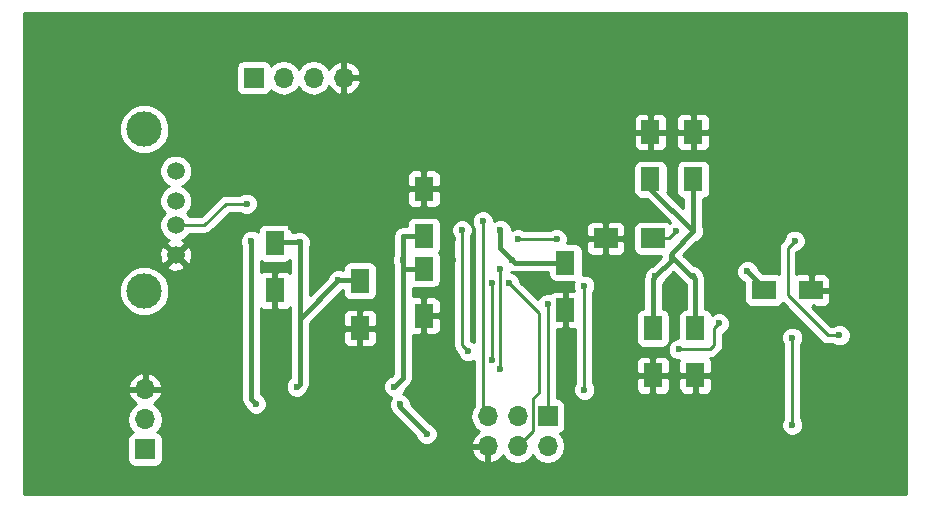
<source format=gbl>
G04 #@! TF.FileFunction,Copper,L2,Bot,Signal*
%FSLAX46Y46*%
G04 Gerber Fmt 4.6, Leading zero omitted, Abs format (unit mm)*
G04 Created by KiCad (PCBNEW 4.0.5+dfsg1-4) date Sun Jul 16 22:59:55 2017*
%MOMM*%
%LPD*%
G01*
G04 APERTURE LIST*
%ADD10C,0.100000*%
%ADD11R,2.000000X1.600000*%
%ADD12R,1.600000X2.000000*%
%ADD13R,1.700000X1.700000*%
%ADD14O,1.700000X1.700000*%
%ADD15C,1.500000*%
%ADD16C,3.000000*%
%ADD17R,2.000000X1.700000*%
%ADD18C,0.600000*%
%ADD19C,0.400000*%
%ADD20C,0.250000*%
%ADD21C,0.254000*%
G04 APERTURE END LIST*
D10*
D11*
X182050000Y-105850000D03*
X186050000Y-105850000D03*
D12*
X176250000Y-109050000D03*
X176250000Y-113050000D03*
X172450000Y-96450000D03*
X172450000Y-92450000D03*
X172650000Y-109050000D03*
X172650000Y-113050000D03*
X165250000Y-103500000D03*
X165250000Y-107500000D03*
X176050000Y-96450000D03*
X176050000Y-92450000D03*
X153250000Y-104000000D03*
X153250000Y-108000000D03*
X153250000Y-101250000D03*
X153250000Y-97250000D03*
X147850000Y-105050000D03*
X147850000Y-109050000D03*
X140650000Y-101850000D03*
X140650000Y-105850000D03*
D13*
X138850000Y-87850000D03*
D14*
X141390000Y-87850000D03*
X143930000Y-87850000D03*
X146470000Y-87850000D03*
D15*
X132250000Y-102860000D03*
X132250000Y-100320000D03*
X132250000Y-98290000D03*
X132250000Y-95750000D03*
D16*
X129580000Y-105910000D03*
X129580000Y-92190000D03*
D13*
X129655000Y-119305000D03*
D14*
X129655000Y-116765000D03*
X129655000Y-114225000D03*
D17*
X168650000Y-101450000D03*
X172650000Y-101450000D03*
D13*
X163750000Y-116500000D03*
D14*
X163750000Y-119040000D03*
X161210000Y-116500000D03*
X161210000Y-119040000D03*
X158670000Y-116500000D03*
X158670000Y-119040000D03*
D18*
X151250000Y-115500000D03*
X153500000Y-118000000D03*
X180650000Y-104250000D03*
X176050000Y-100850000D03*
X172850000Y-104650000D03*
X176050000Y-104650000D03*
X174250000Y-103050000D03*
X142750000Y-101750000D03*
X159750000Y-100750000D03*
X160750000Y-103250000D03*
X151500000Y-103250000D03*
X150750000Y-114000000D03*
X142500000Y-114000000D03*
X146000000Y-105000000D03*
X143500000Y-100500000D03*
X142000000Y-100500000D03*
X150500000Y-98000000D03*
X155750000Y-101500000D03*
X155750000Y-103250000D03*
X177500000Y-116500000D03*
X149750000Y-107500000D03*
X149750000Y-105000000D03*
X170750000Y-100750000D03*
X138650000Y-101650000D03*
X139050000Y-115450000D03*
X163750000Y-107000000D03*
X166850000Y-105450000D03*
X166850000Y-114250000D03*
X160500000Y-105250000D03*
X158250000Y-100000000D03*
X138250000Y-98500000D03*
X174850000Y-110850000D03*
X178250000Y-108650000D03*
X184450000Y-109850000D03*
X184450000Y-117250000D03*
X174650000Y-100850000D03*
X188450000Y-109650000D03*
X184650000Y-101650000D03*
X156500000Y-100750000D03*
X157000000Y-111000000D03*
X159000000Y-105250000D03*
X159000000Y-111750000D03*
X159750000Y-112500000D03*
X159750000Y-104000000D03*
X161250000Y-101500000D03*
X164500000Y-101500000D03*
D19*
X151250000Y-115750000D02*
X151250000Y-115500000D01*
X153500000Y-118000000D02*
X151250000Y-115750000D01*
X182050000Y-105850000D02*
X182050000Y-105650000D01*
X182050000Y-105650000D02*
X180650000Y-104250000D01*
X146000000Y-105000000D02*
X147800000Y-105000000D01*
X147800000Y-105000000D02*
X147850000Y-105050000D01*
X142750000Y-101750000D02*
X140750000Y-101750000D01*
X140750000Y-101750000D02*
X140650000Y-101850000D01*
X176050000Y-96450000D02*
X176050000Y-100850000D01*
X172450000Y-96450000D02*
X172450000Y-97250000D01*
X172450000Y-97250000D02*
X176050000Y-100850000D01*
X174250000Y-103050000D02*
X174250000Y-102650000D01*
X174250000Y-102650000D02*
X176050000Y-100850000D01*
X172650000Y-109050000D02*
X172650000Y-104850000D01*
X172650000Y-104850000D02*
X172850000Y-104650000D01*
X176250000Y-109050000D02*
X176250000Y-104850000D01*
X176250000Y-104850000D02*
X176050000Y-104650000D01*
X174250000Y-103050000D02*
X174250000Y-103250000D01*
X174250000Y-103250000D02*
X172850000Y-104650000D01*
X174250000Y-103050000D02*
X175850000Y-104650000D01*
X175850000Y-104650000D02*
X176050000Y-104650000D01*
X165250000Y-103500000D02*
X161000000Y-103500000D01*
X161000000Y-103500000D02*
X160750000Y-103250000D01*
X153250000Y-101250000D02*
X152000000Y-101250000D01*
X152000000Y-101250000D02*
X151500000Y-101250000D01*
X153250000Y-104000000D02*
X151500000Y-104000000D01*
X142750000Y-108250000D02*
X142750000Y-101750000D01*
X151500000Y-103250000D02*
X151500000Y-101250000D01*
X159750000Y-102250000D02*
X159750000Y-100750000D01*
X160750000Y-103250000D02*
X159750000Y-102250000D01*
X151500000Y-113250000D02*
X151500000Y-104000000D01*
X151500000Y-104000000D02*
X151500000Y-103250000D01*
X150750000Y-114000000D02*
X151500000Y-113250000D01*
X142500000Y-114000000D02*
X142750000Y-113750000D01*
X142750000Y-113750000D02*
X142750000Y-108250000D01*
X142750000Y-108250000D02*
X146000000Y-105000000D01*
D20*
X142000000Y-100500000D02*
X143500000Y-100500000D01*
X151250000Y-97250000D02*
X150500000Y-98000000D01*
X151250000Y-97250000D02*
X153250000Y-97250000D01*
X155750000Y-103250000D02*
X155750000Y-101500000D01*
X149750000Y-105000000D02*
X149750000Y-107500000D01*
X170050000Y-101450000D02*
X168650000Y-101450000D01*
X170750000Y-100750000D02*
X170050000Y-101450000D01*
D19*
X138650000Y-115050000D02*
X138650000Y-101650000D01*
X139050000Y-115450000D02*
X138650000Y-115050000D01*
D20*
X163750000Y-116500000D02*
X163750000Y-114000000D01*
X163750000Y-107000000D02*
X163750000Y-114000000D01*
X166850000Y-114250000D02*
X166850000Y-105450000D01*
X163000000Y-113250000D02*
X163000000Y-114500000D01*
X160500000Y-105250000D02*
X163000000Y-107750000D01*
X163000000Y-107750000D02*
X163000000Y-113250000D01*
X162500000Y-117750000D02*
X161210000Y-119040000D01*
X162500000Y-115000000D02*
X162500000Y-117750000D01*
X163000000Y-114500000D02*
X162500000Y-115000000D01*
X158250000Y-116080000D02*
X158250000Y-112500000D01*
X158250000Y-100000000D02*
X158250000Y-112500000D01*
X158250000Y-116080000D02*
X158670000Y-116500000D01*
X132250000Y-100320000D02*
X134680000Y-100320000D01*
X136500000Y-98500000D02*
X138250000Y-98500000D01*
X134680000Y-100320000D02*
X136500000Y-98500000D01*
X175250000Y-110850000D02*
X174850000Y-110850000D01*
X177450000Y-110850000D02*
X175250000Y-110850000D01*
X177850000Y-110450000D02*
X177450000Y-110850000D01*
X177850000Y-109050000D02*
X177850000Y-110450000D01*
X178250000Y-108650000D02*
X177850000Y-109050000D01*
X184450000Y-109850000D02*
X184450000Y-117250000D01*
X172650000Y-101450000D02*
X174050000Y-101450000D01*
X174050000Y-101450000D02*
X174650000Y-100850000D01*
X187450000Y-109650000D02*
X188450000Y-109650000D01*
X184050000Y-106250000D02*
X187450000Y-109650000D01*
X184050000Y-102250000D02*
X184050000Y-106250000D01*
X184650000Y-101650000D02*
X184050000Y-102250000D01*
X156500000Y-110500000D02*
X156500000Y-100750000D01*
X157000000Y-111000000D02*
X156500000Y-110500000D01*
X159000000Y-111750000D02*
X159000000Y-105250000D01*
X159750000Y-105250000D02*
X159750000Y-104000000D01*
X159750000Y-112500000D02*
X159750000Y-105250000D01*
X164500000Y-101500000D02*
X161250000Y-101500000D01*
D21*
G36*
X194123000Y-123123000D02*
X119377000Y-123123000D01*
X119377000Y-116765000D01*
X128140907Y-116765000D01*
X128253946Y-117333285D01*
X128575853Y-117815054D01*
X128617452Y-117842850D01*
X128569683Y-117851838D01*
X128353559Y-117990910D01*
X128208569Y-118203110D01*
X128157560Y-118455000D01*
X128157560Y-120155000D01*
X128201838Y-120390317D01*
X128340910Y-120606441D01*
X128553110Y-120751431D01*
X128805000Y-120802440D01*
X130505000Y-120802440D01*
X130740317Y-120758162D01*
X130956441Y-120619090D01*
X131101431Y-120406890D01*
X131152440Y-120155000D01*
X131152440Y-119396892D01*
X157228514Y-119396892D01*
X157474817Y-119921358D01*
X157903076Y-120311645D01*
X158313110Y-120481476D01*
X158543000Y-120360155D01*
X158543000Y-119167000D01*
X157349181Y-119167000D01*
X157228514Y-119396892D01*
X131152440Y-119396892D01*
X131152440Y-118455000D01*
X131108162Y-118219683D01*
X130969090Y-118003559D01*
X130756890Y-117858569D01*
X130689459Y-117844914D01*
X130734147Y-117815054D01*
X131056054Y-117333285D01*
X131169093Y-116765000D01*
X131056054Y-116196715D01*
X130734147Y-115714946D01*
X130393447Y-115487298D01*
X130536358Y-115420183D01*
X130926645Y-114991924D01*
X131096476Y-114581890D01*
X130975155Y-114352000D01*
X129782000Y-114352000D01*
X129782000Y-114372000D01*
X129528000Y-114372000D01*
X129528000Y-114352000D01*
X128334845Y-114352000D01*
X128213524Y-114581890D01*
X128383355Y-114991924D01*
X128773642Y-115420183D01*
X128916553Y-115487298D01*
X128575853Y-115714946D01*
X128253946Y-116196715D01*
X128140907Y-116765000D01*
X119377000Y-116765000D01*
X119377000Y-113868110D01*
X128213524Y-113868110D01*
X128334845Y-114098000D01*
X129528000Y-114098000D01*
X129528000Y-112904181D01*
X129782000Y-112904181D01*
X129782000Y-114098000D01*
X130975155Y-114098000D01*
X131096476Y-113868110D01*
X130926645Y-113458076D01*
X130536358Y-113029817D01*
X130011892Y-112783514D01*
X129782000Y-112904181D01*
X129528000Y-112904181D01*
X129298108Y-112783514D01*
X128773642Y-113029817D01*
X128383355Y-113458076D01*
X128213524Y-113868110D01*
X119377000Y-113868110D01*
X119377000Y-106332815D01*
X127444630Y-106332815D01*
X127768980Y-107117800D01*
X128369041Y-107718909D01*
X129153459Y-108044628D01*
X130002815Y-108045370D01*
X130787800Y-107721020D01*
X131388909Y-107120959D01*
X131714628Y-106336541D01*
X131715370Y-105487185D01*
X131391020Y-104702200D01*
X130790959Y-104101091D01*
X130141754Y-103831517D01*
X131458088Y-103831517D01*
X131526077Y-104072460D01*
X132045171Y-104257201D01*
X132595448Y-104229230D01*
X132973923Y-104072460D01*
X133041912Y-103831517D01*
X132250000Y-103039605D01*
X131458088Y-103831517D01*
X130141754Y-103831517D01*
X130006541Y-103775372D01*
X129157185Y-103774630D01*
X128372200Y-104098980D01*
X127771091Y-104699041D01*
X127445372Y-105483459D01*
X127444630Y-106332815D01*
X119377000Y-106332815D01*
X119377000Y-102655171D01*
X130852799Y-102655171D01*
X130880770Y-103205448D01*
X131037540Y-103583923D01*
X131278483Y-103651912D01*
X132070395Y-102860000D01*
X132429605Y-102860000D01*
X133221517Y-103651912D01*
X133462460Y-103583923D01*
X133647201Y-103064829D01*
X133619230Y-102514552D01*
X133462460Y-102136077D01*
X133221517Y-102068088D01*
X132429605Y-102860000D01*
X132070395Y-102860000D01*
X131278483Y-102068088D01*
X131037540Y-102136077D01*
X130852799Y-102655171D01*
X119377000Y-102655171D01*
X119377000Y-96024285D01*
X130864760Y-96024285D01*
X131075169Y-96533515D01*
X131464436Y-96923461D01*
X131696870Y-97019976D01*
X131466485Y-97115169D01*
X131076539Y-97504436D01*
X130865241Y-98013298D01*
X130864760Y-98564285D01*
X131075169Y-99073515D01*
X131306313Y-99305062D01*
X131076539Y-99534436D01*
X130865241Y-100043298D01*
X130864760Y-100594285D01*
X131075169Y-101103515D01*
X131464436Y-101493461D01*
X131680979Y-101583377D01*
X131526077Y-101647540D01*
X131458088Y-101888483D01*
X132250000Y-102680395D01*
X133041912Y-101888483D01*
X133026868Y-101835167D01*
X137714838Y-101835167D01*
X137815000Y-102077578D01*
X137815000Y-115050000D01*
X137878561Y-115369541D01*
X137908724Y-115414683D01*
X138059566Y-115640434D01*
X138157465Y-115738333D01*
X138256883Y-115978943D01*
X138519673Y-116242192D01*
X138863201Y-116384838D01*
X139235167Y-116385162D01*
X139578943Y-116243117D01*
X139842192Y-115980327D01*
X139984838Y-115636799D01*
X139985162Y-115264833D01*
X139843117Y-114921057D01*
X139580327Y-114657808D01*
X139485000Y-114618225D01*
X139485000Y-107383026D01*
X139490301Y-107388327D01*
X139723690Y-107485000D01*
X140364250Y-107485000D01*
X140523000Y-107326250D01*
X140523000Y-105977000D01*
X140503000Y-105977000D01*
X140503000Y-105723000D01*
X140523000Y-105723000D01*
X140523000Y-104373750D01*
X140364250Y-104215000D01*
X139723690Y-104215000D01*
X139490301Y-104311673D01*
X139485000Y-104316974D01*
X139485000Y-103369146D01*
X139598110Y-103446431D01*
X139850000Y-103497440D01*
X141450000Y-103497440D01*
X141685317Y-103453162D01*
X141901441Y-103314090D01*
X141915000Y-103294246D01*
X141915000Y-104416975D01*
X141809699Y-104311673D01*
X141576310Y-104215000D01*
X140935750Y-104215000D01*
X140777000Y-104373750D01*
X140777000Y-105723000D01*
X140797000Y-105723000D01*
X140797000Y-105977000D01*
X140777000Y-105977000D01*
X140777000Y-107326250D01*
X140935750Y-107485000D01*
X141576310Y-107485000D01*
X141809699Y-107388327D01*
X141915000Y-107283025D01*
X141915000Y-113262842D01*
X141707808Y-113469673D01*
X141565162Y-113813201D01*
X141564838Y-114185167D01*
X141706883Y-114528943D01*
X141969673Y-114792192D01*
X142313201Y-114934838D01*
X142685167Y-114935162D01*
X143028943Y-114793117D01*
X143292192Y-114530327D01*
X143421292Y-114219421D01*
X143424246Y-114215000D01*
X143444179Y-114185167D01*
X149814838Y-114185167D01*
X149956883Y-114528943D01*
X150219673Y-114792192D01*
X150513414Y-114914164D01*
X150457808Y-114969673D01*
X150315162Y-115313201D01*
X150314838Y-115685167D01*
X150456883Y-116028943D01*
X150473870Y-116045960D01*
X150478561Y-116069541D01*
X150627332Y-116292192D01*
X150659566Y-116340434D01*
X152607466Y-118288335D01*
X152706883Y-118528943D01*
X152969673Y-118792192D01*
X153313201Y-118934838D01*
X153685167Y-118935162D01*
X154028943Y-118793117D01*
X154292192Y-118530327D01*
X154434838Y-118186799D01*
X154435162Y-117814833D01*
X154293117Y-117471057D01*
X154030327Y-117207808D01*
X153788091Y-117107222D01*
X152184997Y-115504129D01*
X152185162Y-115314833D01*
X152043117Y-114971057D01*
X151780327Y-114707808D01*
X151486586Y-114585836D01*
X151542192Y-114530327D01*
X151642778Y-114288090D01*
X152090434Y-113840434D01*
X152107540Y-113814833D01*
X152271439Y-113569541D01*
X152335000Y-113250000D01*
X152335000Y-109635000D01*
X152964250Y-109635000D01*
X153123000Y-109476250D01*
X153123000Y-108127000D01*
X153377000Y-108127000D01*
X153377000Y-109476250D01*
X153535750Y-109635000D01*
X154176310Y-109635000D01*
X154409699Y-109538327D01*
X154588327Y-109359698D01*
X154685000Y-109126309D01*
X154685000Y-108285750D01*
X154526250Y-108127000D01*
X153377000Y-108127000D01*
X153123000Y-108127000D01*
X153103000Y-108127000D01*
X153103000Y-107873000D01*
X153123000Y-107873000D01*
X153123000Y-106523750D01*
X153377000Y-106523750D01*
X153377000Y-107873000D01*
X154526250Y-107873000D01*
X154685000Y-107714250D01*
X154685000Y-106873691D01*
X154588327Y-106640302D01*
X154409699Y-106461673D01*
X154176310Y-106365000D01*
X153535750Y-106365000D01*
X153377000Y-106523750D01*
X153123000Y-106523750D01*
X152964250Y-106365000D01*
X152335000Y-106365000D01*
X152335000Y-105624152D01*
X152450000Y-105647440D01*
X154050000Y-105647440D01*
X154285317Y-105603162D01*
X154501441Y-105464090D01*
X154646431Y-105251890D01*
X154697440Y-105000000D01*
X154697440Y-103000000D01*
X154653162Y-102764683D01*
X154562810Y-102624273D01*
X154646431Y-102501890D01*
X154697440Y-102250000D01*
X154697440Y-100935167D01*
X155564838Y-100935167D01*
X155706883Y-101278943D01*
X155740000Y-101312118D01*
X155740000Y-110500000D01*
X155797852Y-110790839D01*
X155962599Y-111037401D01*
X156064878Y-111139680D01*
X156064838Y-111185167D01*
X156206883Y-111528943D01*
X156469673Y-111792192D01*
X156813201Y-111934838D01*
X157185167Y-111935162D01*
X157490000Y-111809208D01*
X157490000Y-115615331D01*
X157298039Y-115902622D01*
X157185000Y-116470907D01*
X157185000Y-116529093D01*
X157298039Y-117097378D01*
X157619946Y-117579147D01*
X157903101Y-117768345D01*
X157903076Y-117768355D01*
X157474817Y-118158642D01*
X157228514Y-118683108D01*
X157349181Y-118913000D01*
X158543000Y-118913000D01*
X158543000Y-118893000D01*
X158797000Y-118893000D01*
X158797000Y-118913000D01*
X158817000Y-118913000D01*
X158817000Y-119167000D01*
X158797000Y-119167000D01*
X158797000Y-120360155D01*
X159026890Y-120481476D01*
X159436924Y-120311645D01*
X159865183Y-119921358D01*
X159932298Y-119778447D01*
X160159946Y-120119147D01*
X160641715Y-120441054D01*
X161210000Y-120554093D01*
X161778285Y-120441054D01*
X162260054Y-120119147D01*
X162480000Y-119789974D01*
X162699946Y-120119147D01*
X163181715Y-120441054D01*
X163750000Y-120554093D01*
X164318285Y-120441054D01*
X164800054Y-120119147D01*
X165121961Y-119637378D01*
X165235000Y-119069093D01*
X165235000Y-119010907D01*
X165121961Y-118442622D01*
X164800054Y-117960853D01*
X164798821Y-117960029D01*
X164835317Y-117953162D01*
X165051441Y-117814090D01*
X165196431Y-117601890D01*
X165247440Y-117350000D01*
X165247440Y-115650000D01*
X165203162Y-115414683D01*
X165064090Y-115198559D01*
X164851890Y-115053569D01*
X164600000Y-115002560D01*
X164510000Y-115002560D01*
X164510000Y-109135000D01*
X164964250Y-109135000D01*
X165123000Y-108976250D01*
X165123000Y-107627000D01*
X165103000Y-107627000D01*
X165103000Y-107373000D01*
X165123000Y-107373000D01*
X165123000Y-106023750D01*
X164964250Y-105865000D01*
X164323690Y-105865000D01*
X164090301Y-105961673D01*
X163972138Y-106079836D01*
X163936799Y-106065162D01*
X163564833Y-106064838D01*
X163221057Y-106206883D01*
X162957808Y-106469673D01*
X162909885Y-106585083D01*
X161435122Y-105110320D01*
X161435162Y-105064833D01*
X161293117Y-104721057D01*
X161030327Y-104457808D01*
X160686799Y-104315162D01*
X160631557Y-104315114D01*
X160656375Y-104255346D01*
X160680459Y-104271439D01*
X161000000Y-104335000D01*
X163802560Y-104335000D01*
X163802560Y-104500000D01*
X163846838Y-104735317D01*
X163985910Y-104951441D01*
X164198110Y-105096431D01*
X164450000Y-105147440D01*
X165963230Y-105147440D01*
X165915162Y-105263201D01*
X165914838Y-105635167D01*
X166009803Y-105865000D01*
X165535750Y-105865000D01*
X165377000Y-106023750D01*
X165377000Y-107373000D01*
X165397000Y-107373000D01*
X165397000Y-107627000D01*
X165377000Y-107627000D01*
X165377000Y-108976250D01*
X165535750Y-109135000D01*
X166090000Y-109135000D01*
X166090000Y-113687537D01*
X166057808Y-113719673D01*
X165915162Y-114063201D01*
X165914838Y-114435167D01*
X166056883Y-114778943D01*
X166319673Y-115042192D01*
X166663201Y-115184838D01*
X167035167Y-115185162D01*
X167378943Y-115043117D01*
X167642192Y-114780327D01*
X167784838Y-114436799D01*
X167785162Y-114064833D01*
X167643117Y-113721057D01*
X167610000Y-113687882D01*
X167610000Y-113335750D01*
X171215000Y-113335750D01*
X171215000Y-114176309D01*
X171311673Y-114409698D01*
X171490301Y-114588327D01*
X171723690Y-114685000D01*
X172364250Y-114685000D01*
X172523000Y-114526250D01*
X172523000Y-113177000D01*
X172777000Y-113177000D01*
X172777000Y-114526250D01*
X172935750Y-114685000D01*
X173576310Y-114685000D01*
X173809699Y-114588327D01*
X173988327Y-114409698D01*
X174085000Y-114176309D01*
X174085000Y-113335750D01*
X174815000Y-113335750D01*
X174815000Y-114176309D01*
X174911673Y-114409698D01*
X175090301Y-114588327D01*
X175323690Y-114685000D01*
X175964250Y-114685000D01*
X176123000Y-114526250D01*
X176123000Y-113177000D01*
X176377000Y-113177000D01*
X176377000Y-114526250D01*
X176535750Y-114685000D01*
X177176310Y-114685000D01*
X177409699Y-114588327D01*
X177588327Y-114409698D01*
X177685000Y-114176309D01*
X177685000Y-113335750D01*
X177526250Y-113177000D01*
X176377000Y-113177000D01*
X176123000Y-113177000D01*
X174973750Y-113177000D01*
X174815000Y-113335750D01*
X174085000Y-113335750D01*
X173926250Y-113177000D01*
X172777000Y-113177000D01*
X172523000Y-113177000D01*
X171373750Y-113177000D01*
X171215000Y-113335750D01*
X167610000Y-113335750D01*
X167610000Y-111923691D01*
X171215000Y-111923691D01*
X171215000Y-112764250D01*
X171373750Y-112923000D01*
X172523000Y-112923000D01*
X172523000Y-111573750D01*
X172777000Y-111573750D01*
X172777000Y-112923000D01*
X173926250Y-112923000D01*
X174085000Y-112764250D01*
X174085000Y-111923691D01*
X173988327Y-111690302D01*
X173809699Y-111511673D01*
X173576310Y-111415000D01*
X172935750Y-111415000D01*
X172777000Y-111573750D01*
X172523000Y-111573750D01*
X172364250Y-111415000D01*
X171723690Y-111415000D01*
X171490301Y-111511673D01*
X171311673Y-111690302D01*
X171215000Y-111923691D01*
X167610000Y-111923691D01*
X167610000Y-106012463D01*
X167642192Y-105980327D01*
X167784838Y-105636799D01*
X167785162Y-105264833D01*
X167643117Y-104921057D01*
X167380327Y-104657808D01*
X167036799Y-104515162D01*
X166694430Y-104514864D01*
X166697440Y-104500000D01*
X166697440Y-102500000D01*
X166653162Y-102264683D01*
X166514090Y-102048559D01*
X166301890Y-101903569D01*
X166050000Y-101852560D01*
X165366008Y-101852560D01*
X165414511Y-101735750D01*
X167015000Y-101735750D01*
X167015000Y-102426310D01*
X167111673Y-102659699D01*
X167290302Y-102838327D01*
X167523691Y-102935000D01*
X168364250Y-102935000D01*
X168523000Y-102776250D01*
X168523000Y-101577000D01*
X168777000Y-101577000D01*
X168777000Y-102776250D01*
X168935750Y-102935000D01*
X169776309Y-102935000D01*
X170009698Y-102838327D01*
X170188327Y-102659699D01*
X170285000Y-102426310D01*
X170285000Y-101735750D01*
X170126250Y-101577000D01*
X168777000Y-101577000D01*
X168523000Y-101577000D01*
X167173750Y-101577000D01*
X167015000Y-101735750D01*
X165414511Y-101735750D01*
X165434838Y-101686799D01*
X165435162Y-101314833D01*
X165293117Y-100971057D01*
X165030327Y-100707808D01*
X164686799Y-100565162D01*
X164314833Y-100564838D01*
X163971057Y-100706883D01*
X163937882Y-100740000D01*
X161812463Y-100740000D01*
X161780327Y-100707808D01*
X161436799Y-100565162D01*
X161064833Y-100564838D01*
X160721057Y-100706883D01*
X160685007Y-100742870D01*
X160685162Y-100564833D01*
X160647503Y-100473690D01*
X167015000Y-100473690D01*
X167015000Y-101164250D01*
X167173750Y-101323000D01*
X168523000Y-101323000D01*
X168523000Y-100123750D01*
X168777000Y-100123750D01*
X168777000Y-101323000D01*
X170126250Y-101323000D01*
X170285000Y-101164250D01*
X170285000Y-100473690D01*
X170188327Y-100240301D01*
X170009698Y-100061673D01*
X169776309Y-99965000D01*
X168935750Y-99965000D01*
X168777000Y-100123750D01*
X168523000Y-100123750D01*
X168364250Y-99965000D01*
X167523691Y-99965000D01*
X167290302Y-100061673D01*
X167111673Y-100240301D01*
X167015000Y-100473690D01*
X160647503Y-100473690D01*
X160543117Y-100221057D01*
X160280327Y-99957808D01*
X159936799Y-99815162D01*
X159564833Y-99814838D01*
X159221057Y-99956883D01*
X159185007Y-99992870D01*
X159185162Y-99814833D01*
X159043117Y-99471057D01*
X158780327Y-99207808D01*
X158436799Y-99065162D01*
X158064833Y-99064838D01*
X157721057Y-99206883D01*
X157457808Y-99469673D01*
X157315162Y-99813201D01*
X157314838Y-100185167D01*
X157456883Y-100528943D01*
X157490000Y-100562118D01*
X157490000Y-110191063D01*
X157260000Y-110095558D01*
X157260000Y-101312463D01*
X157292192Y-101280327D01*
X157434838Y-100936799D01*
X157435162Y-100564833D01*
X157293117Y-100221057D01*
X157030327Y-99957808D01*
X156686799Y-99815162D01*
X156314833Y-99814838D01*
X155971057Y-99956883D01*
X155707808Y-100219673D01*
X155565162Y-100563201D01*
X155564838Y-100935167D01*
X154697440Y-100935167D01*
X154697440Y-100250000D01*
X154653162Y-100014683D01*
X154514090Y-99798559D01*
X154301890Y-99653569D01*
X154050000Y-99602560D01*
X152450000Y-99602560D01*
X152214683Y-99646838D01*
X151998559Y-99785910D01*
X151853569Y-99998110D01*
X151802560Y-100250000D01*
X151802560Y-100415000D01*
X151500000Y-100415000D01*
X151180459Y-100478561D01*
X150909566Y-100659566D01*
X150728561Y-100930459D01*
X150665000Y-101250000D01*
X150665000Y-102822766D01*
X150565162Y-103063201D01*
X150564838Y-103435167D01*
X150665000Y-103677578D01*
X150665000Y-112904132D01*
X150461667Y-113107465D01*
X150221057Y-113206883D01*
X149957808Y-113469673D01*
X149815162Y-113813201D01*
X149814838Y-114185167D01*
X143444179Y-114185167D01*
X143521439Y-114069541D01*
X143585000Y-113750000D01*
X143585000Y-109335750D01*
X146415000Y-109335750D01*
X146415000Y-110176309D01*
X146511673Y-110409698D01*
X146690301Y-110588327D01*
X146923690Y-110685000D01*
X147564250Y-110685000D01*
X147723000Y-110526250D01*
X147723000Y-109177000D01*
X147977000Y-109177000D01*
X147977000Y-110526250D01*
X148135750Y-110685000D01*
X148776310Y-110685000D01*
X149009699Y-110588327D01*
X149188327Y-110409698D01*
X149285000Y-110176309D01*
X149285000Y-109335750D01*
X149126250Y-109177000D01*
X147977000Y-109177000D01*
X147723000Y-109177000D01*
X146573750Y-109177000D01*
X146415000Y-109335750D01*
X143585000Y-109335750D01*
X143585000Y-108595868D01*
X144257177Y-107923691D01*
X146415000Y-107923691D01*
X146415000Y-108764250D01*
X146573750Y-108923000D01*
X147723000Y-108923000D01*
X147723000Y-107573750D01*
X147977000Y-107573750D01*
X147977000Y-108923000D01*
X149126250Y-108923000D01*
X149285000Y-108764250D01*
X149285000Y-107923691D01*
X149188327Y-107690302D01*
X149009699Y-107511673D01*
X148776310Y-107415000D01*
X148135750Y-107415000D01*
X147977000Y-107573750D01*
X147723000Y-107573750D01*
X147564250Y-107415000D01*
X146923690Y-107415000D01*
X146690301Y-107511673D01*
X146511673Y-107690302D01*
X146415000Y-107923691D01*
X144257177Y-107923691D01*
X146288333Y-105892535D01*
X146402560Y-105845337D01*
X146402560Y-106050000D01*
X146446838Y-106285317D01*
X146585910Y-106501441D01*
X146798110Y-106646431D01*
X147050000Y-106697440D01*
X148650000Y-106697440D01*
X148885317Y-106653162D01*
X149101441Y-106514090D01*
X149246431Y-106301890D01*
X149297440Y-106050000D01*
X149297440Y-104050000D01*
X149253162Y-103814683D01*
X149114090Y-103598559D01*
X148901890Y-103453569D01*
X148650000Y-103402560D01*
X147050000Y-103402560D01*
X146814683Y-103446838D01*
X146598559Y-103585910D01*
X146453569Y-103798110D01*
X146402560Y-104050000D01*
X146402560Y-104154754D01*
X146186799Y-104065162D01*
X145814833Y-104064838D01*
X145471057Y-104206883D01*
X145207808Y-104469673D01*
X145107222Y-104711910D01*
X143585000Y-106234132D01*
X143585000Y-102177234D01*
X143684838Y-101936799D01*
X143685162Y-101564833D01*
X143543117Y-101221057D01*
X143280327Y-100957808D01*
X142936799Y-100815162D01*
X142564833Y-100814838D01*
X142322422Y-100915000D01*
X142097440Y-100915000D01*
X142097440Y-100850000D01*
X142053162Y-100614683D01*
X141914090Y-100398559D01*
X141701890Y-100253569D01*
X141450000Y-100202560D01*
X139850000Y-100202560D01*
X139614683Y-100246838D01*
X139398559Y-100385910D01*
X139253569Y-100598110D01*
X139202560Y-100850000D01*
X139202560Y-100880080D01*
X139180327Y-100857808D01*
X138836799Y-100715162D01*
X138464833Y-100714838D01*
X138121057Y-100856883D01*
X137857808Y-101119673D01*
X137715162Y-101463201D01*
X137714838Y-101835167D01*
X133026868Y-101835167D01*
X132973923Y-101647540D01*
X132807379Y-101588268D01*
X133033515Y-101494831D01*
X133423461Y-101105564D01*
X133434076Y-101080000D01*
X134680000Y-101080000D01*
X134970839Y-101022148D01*
X135217401Y-100857401D01*
X136814802Y-99260000D01*
X137687537Y-99260000D01*
X137719673Y-99292192D01*
X138063201Y-99434838D01*
X138435167Y-99435162D01*
X138778943Y-99293117D01*
X139042192Y-99030327D01*
X139184838Y-98686799D01*
X139185162Y-98314833D01*
X139043117Y-97971057D01*
X138780327Y-97707808D01*
X138436799Y-97565162D01*
X138064833Y-97564838D01*
X137721057Y-97706883D01*
X137687882Y-97740000D01*
X136500000Y-97740000D01*
X136209161Y-97797852D01*
X135962599Y-97962599D01*
X134365198Y-99560000D01*
X133434547Y-99560000D01*
X133424831Y-99536485D01*
X133193687Y-99304938D01*
X133423461Y-99075564D01*
X133634759Y-98566702D01*
X133635240Y-98015715D01*
X133436924Y-97535750D01*
X151815000Y-97535750D01*
X151815000Y-98376309D01*
X151911673Y-98609698D01*
X152090301Y-98788327D01*
X152323690Y-98885000D01*
X152964250Y-98885000D01*
X153123000Y-98726250D01*
X153123000Y-97377000D01*
X153377000Y-97377000D01*
X153377000Y-98726250D01*
X153535750Y-98885000D01*
X154176310Y-98885000D01*
X154409699Y-98788327D01*
X154588327Y-98609698D01*
X154685000Y-98376309D01*
X154685000Y-97535750D01*
X154526250Y-97377000D01*
X153377000Y-97377000D01*
X153123000Y-97377000D01*
X151973750Y-97377000D01*
X151815000Y-97535750D01*
X133436924Y-97535750D01*
X133424831Y-97506485D01*
X133035564Y-97116539D01*
X132803130Y-97020024D01*
X133033515Y-96924831D01*
X133423461Y-96535564D01*
X133594485Y-96123691D01*
X151815000Y-96123691D01*
X151815000Y-96964250D01*
X151973750Y-97123000D01*
X153123000Y-97123000D01*
X153123000Y-95773750D01*
X153377000Y-95773750D01*
X153377000Y-97123000D01*
X154526250Y-97123000D01*
X154685000Y-96964250D01*
X154685000Y-96123691D01*
X154588327Y-95890302D01*
X154409699Y-95711673D01*
X154176310Y-95615000D01*
X153535750Y-95615000D01*
X153377000Y-95773750D01*
X153123000Y-95773750D01*
X152964250Y-95615000D01*
X152323690Y-95615000D01*
X152090301Y-95711673D01*
X151911673Y-95890302D01*
X151815000Y-96123691D01*
X133594485Y-96123691D01*
X133634759Y-96026702D01*
X133635240Y-95475715D01*
X133624615Y-95450000D01*
X171002560Y-95450000D01*
X171002560Y-97450000D01*
X171046838Y-97685317D01*
X171185910Y-97901441D01*
X171398110Y-98046431D01*
X171650000Y-98097440D01*
X172116572Y-98097440D01*
X174098516Y-100079384D01*
X174063707Y-100114133D01*
X173901890Y-100003569D01*
X173650000Y-99952560D01*
X171650000Y-99952560D01*
X171414683Y-99996838D01*
X171198559Y-100135910D01*
X171053569Y-100348110D01*
X171002560Y-100600000D01*
X171002560Y-102300000D01*
X171046838Y-102535317D01*
X171185910Y-102751441D01*
X171398110Y-102896431D01*
X171650000Y-102947440D01*
X173315089Y-102947440D01*
X173315039Y-103004093D01*
X172561667Y-103757465D01*
X172321057Y-103856883D01*
X172057808Y-104119673D01*
X171915162Y-104463201D01*
X171915151Y-104475698D01*
X171878561Y-104530459D01*
X171815000Y-104850000D01*
X171815000Y-107409146D01*
X171614683Y-107446838D01*
X171398559Y-107585910D01*
X171253569Y-107798110D01*
X171202560Y-108050000D01*
X171202560Y-110050000D01*
X171246838Y-110285317D01*
X171385910Y-110501441D01*
X171598110Y-110646431D01*
X171850000Y-110697440D01*
X173450000Y-110697440D01*
X173685317Y-110653162D01*
X173901441Y-110514090D01*
X174046431Y-110301890D01*
X174097440Y-110050000D01*
X174097440Y-108050000D01*
X174053162Y-107814683D01*
X173914090Y-107598559D01*
X173701890Y-107453569D01*
X173485000Y-107409648D01*
X173485000Y-105337245D01*
X173642192Y-105180327D01*
X173742778Y-104938090D01*
X174350000Y-104330868D01*
X175259566Y-105240434D01*
X175415000Y-105344292D01*
X175415000Y-107409146D01*
X175214683Y-107446838D01*
X174998559Y-107585910D01*
X174853569Y-107798110D01*
X174802560Y-108050000D01*
X174802560Y-109914958D01*
X174664833Y-109914838D01*
X174321057Y-110056883D01*
X174057808Y-110319673D01*
X173915162Y-110663201D01*
X173914838Y-111035167D01*
X174056883Y-111378943D01*
X174319673Y-111642192D01*
X174663201Y-111784838D01*
X174872439Y-111785020D01*
X174815000Y-111923691D01*
X174815000Y-112764250D01*
X174973750Y-112923000D01*
X176123000Y-112923000D01*
X176123000Y-112903000D01*
X176377000Y-112903000D01*
X176377000Y-112923000D01*
X177526250Y-112923000D01*
X177685000Y-112764250D01*
X177685000Y-111923691D01*
X177588327Y-111690302D01*
X177498398Y-111600373D01*
X177740839Y-111552148D01*
X177987401Y-111387401D01*
X178387401Y-110987401D01*
X178552148Y-110740840D01*
X178571770Y-110642192D01*
X178610000Y-110450000D01*
X178610000Y-110035167D01*
X183514838Y-110035167D01*
X183656883Y-110378943D01*
X183690000Y-110412118D01*
X183690000Y-116687537D01*
X183657808Y-116719673D01*
X183515162Y-117063201D01*
X183514838Y-117435167D01*
X183656883Y-117778943D01*
X183919673Y-118042192D01*
X184263201Y-118184838D01*
X184635167Y-118185162D01*
X184978943Y-118043117D01*
X185242192Y-117780327D01*
X185384838Y-117436799D01*
X185385162Y-117064833D01*
X185243117Y-116721057D01*
X185210000Y-116687882D01*
X185210000Y-110412463D01*
X185242192Y-110380327D01*
X185384838Y-110036799D01*
X185385162Y-109664833D01*
X185243117Y-109321057D01*
X184980327Y-109057808D01*
X184636799Y-108915162D01*
X184264833Y-108914838D01*
X183921057Y-109056883D01*
X183657808Y-109319673D01*
X183515162Y-109663201D01*
X183514838Y-110035167D01*
X178610000Y-110035167D01*
X178610000Y-109512923D01*
X178778943Y-109443117D01*
X179042192Y-109180327D01*
X179184838Y-108836799D01*
X179185162Y-108464833D01*
X179043117Y-108121057D01*
X178780327Y-107857808D01*
X178436799Y-107715162D01*
X178064833Y-107714838D01*
X177721057Y-107856883D01*
X177670583Y-107907269D01*
X177653162Y-107814683D01*
X177514090Y-107598559D01*
X177301890Y-107453569D01*
X177085000Y-107409648D01*
X177085000Y-104850000D01*
X177077680Y-104813201D01*
X177021440Y-104530460D01*
X176985152Y-104476152D01*
X176985162Y-104464833D01*
X176972905Y-104435167D01*
X179714838Y-104435167D01*
X179856883Y-104778943D01*
X180119673Y-105042192D01*
X180361910Y-105142778D01*
X180402560Y-105183428D01*
X180402560Y-106650000D01*
X180446838Y-106885317D01*
X180585910Y-107101441D01*
X180798110Y-107246431D01*
X181050000Y-107297440D01*
X183050000Y-107297440D01*
X183285317Y-107253162D01*
X183501441Y-107114090D01*
X183638579Y-106913381D01*
X186912599Y-110187401D01*
X187159161Y-110352148D01*
X187450000Y-110410000D01*
X187887537Y-110410000D01*
X187919673Y-110442192D01*
X188263201Y-110584838D01*
X188635167Y-110585162D01*
X188978943Y-110443117D01*
X189242192Y-110180327D01*
X189384838Y-109836799D01*
X189385162Y-109464833D01*
X189243117Y-109121057D01*
X188980327Y-108857808D01*
X188636799Y-108715162D01*
X188264833Y-108714838D01*
X187921057Y-108856883D01*
X187887882Y-108890000D01*
X187764802Y-108890000D01*
X186159802Y-107285000D01*
X186177002Y-107285000D01*
X186177002Y-107126252D01*
X186335750Y-107285000D01*
X187176309Y-107285000D01*
X187409698Y-107188327D01*
X187588327Y-107009699D01*
X187685000Y-106776310D01*
X187685000Y-106135750D01*
X187526250Y-105977000D01*
X186177000Y-105977000D01*
X186177000Y-105997000D01*
X185923000Y-105997000D01*
X185923000Y-105977000D01*
X185903000Y-105977000D01*
X185903000Y-105723000D01*
X185923000Y-105723000D01*
X185923000Y-104573750D01*
X186177000Y-104573750D01*
X186177000Y-105723000D01*
X187526250Y-105723000D01*
X187685000Y-105564250D01*
X187685000Y-104923690D01*
X187588327Y-104690301D01*
X187409698Y-104511673D01*
X187176309Y-104415000D01*
X186335750Y-104415000D01*
X186177000Y-104573750D01*
X185923000Y-104573750D01*
X185764250Y-104415000D01*
X184923691Y-104415000D01*
X184810000Y-104462092D01*
X184810000Y-102585140D01*
X184835167Y-102585162D01*
X185178943Y-102443117D01*
X185442192Y-102180327D01*
X185584838Y-101836799D01*
X185585162Y-101464833D01*
X185443117Y-101121057D01*
X185180327Y-100857808D01*
X184836799Y-100715162D01*
X184464833Y-100714838D01*
X184121057Y-100856883D01*
X183857808Y-101119673D01*
X183715162Y-101463201D01*
X183715121Y-101510077D01*
X183512599Y-101712599D01*
X183347852Y-101959161D01*
X183290000Y-102250000D01*
X183290000Y-104451161D01*
X183050000Y-104402560D01*
X181983428Y-104402560D01*
X181542535Y-103961667D01*
X181443117Y-103721057D01*
X181180327Y-103457808D01*
X180836799Y-103315162D01*
X180464833Y-103314838D01*
X180121057Y-103456883D01*
X179857808Y-103719673D01*
X179715162Y-104063201D01*
X179714838Y-104435167D01*
X176972905Y-104435167D01*
X176843117Y-104121057D01*
X176580327Y-103857808D01*
X176236799Y-103715162D01*
X176095907Y-103715039D01*
X175230868Y-102850000D01*
X176338333Y-101742535D01*
X176578943Y-101643117D01*
X176842192Y-101380327D01*
X176984838Y-101036799D01*
X176985162Y-100664833D01*
X176885000Y-100422422D01*
X176885000Y-98090854D01*
X177085317Y-98053162D01*
X177301441Y-97914090D01*
X177446431Y-97701890D01*
X177497440Y-97450000D01*
X177497440Y-95450000D01*
X177453162Y-95214683D01*
X177314090Y-94998559D01*
X177101890Y-94853569D01*
X176850000Y-94802560D01*
X175250000Y-94802560D01*
X175014683Y-94846838D01*
X174798559Y-94985910D01*
X174653569Y-95198110D01*
X174602560Y-95450000D01*
X174602560Y-97450000D01*
X174646838Y-97685317D01*
X174785910Y-97901441D01*
X174998110Y-98046431D01*
X175215000Y-98090352D01*
X175215000Y-98834132D01*
X173886229Y-97505361D01*
X173897440Y-97450000D01*
X173897440Y-95450000D01*
X173853162Y-95214683D01*
X173714090Y-94998559D01*
X173501890Y-94853569D01*
X173250000Y-94802560D01*
X171650000Y-94802560D01*
X171414683Y-94846838D01*
X171198559Y-94985910D01*
X171053569Y-95198110D01*
X171002560Y-95450000D01*
X133624615Y-95450000D01*
X133424831Y-94966485D01*
X133035564Y-94576539D01*
X132526702Y-94365241D01*
X131975715Y-94364760D01*
X131466485Y-94575169D01*
X131076539Y-94964436D01*
X130865241Y-95473298D01*
X130864760Y-96024285D01*
X119377000Y-96024285D01*
X119377000Y-92612815D01*
X127444630Y-92612815D01*
X127768980Y-93397800D01*
X128369041Y-93998909D01*
X129153459Y-94324628D01*
X130002815Y-94325370D01*
X130787800Y-94001020D01*
X131388909Y-93400959D01*
X131665128Y-92735750D01*
X171015000Y-92735750D01*
X171015000Y-93576309D01*
X171111673Y-93809698D01*
X171290301Y-93988327D01*
X171523690Y-94085000D01*
X172164250Y-94085000D01*
X172323000Y-93926250D01*
X172323000Y-92577000D01*
X172577000Y-92577000D01*
X172577000Y-93926250D01*
X172735750Y-94085000D01*
X173376310Y-94085000D01*
X173609699Y-93988327D01*
X173788327Y-93809698D01*
X173885000Y-93576309D01*
X173885000Y-92735750D01*
X174615000Y-92735750D01*
X174615000Y-93576309D01*
X174711673Y-93809698D01*
X174890301Y-93988327D01*
X175123690Y-94085000D01*
X175764250Y-94085000D01*
X175923000Y-93926250D01*
X175923000Y-92577000D01*
X176177000Y-92577000D01*
X176177000Y-93926250D01*
X176335750Y-94085000D01*
X176976310Y-94085000D01*
X177209699Y-93988327D01*
X177388327Y-93809698D01*
X177485000Y-93576309D01*
X177485000Y-92735750D01*
X177326250Y-92577000D01*
X176177000Y-92577000D01*
X175923000Y-92577000D01*
X174773750Y-92577000D01*
X174615000Y-92735750D01*
X173885000Y-92735750D01*
X173726250Y-92577000D01*
X172577000Y-92577000D01*
X172323000Y-92577000D01*
X171173750Y-92577000D01*
X171015000Y-92735750D01*
X131665128Y-92735750D01*
X131714628Y-92616541D01*
X131715370Y-91767185D01*
X131532122Y-91323691D01*
X171015000Y-91323691D01*
X171015000Y-92164250D01*
X171173750Y-92323000D01*
X172323000Y-92323000D01*
X172323000Y-90973750D01*
X172577000Y-90973750D01*
X172577000Y-92323000D01*
X173726250Y-92323000D01*
X173885000Y-92164250D01*
X173885000Y-91323691D01*
X174615000Y-91323691D01*
X174615000Y-92164250D01*
X174773750Y-92323000D01*
X175923000Y-92323000D01*
X175923000Y-90973750D01*
X176177000Y-90973750D01*
X176177000Y-92323000D01*
X177326250Y-92323000D01*
X177485000Y-92164250D01*
X177485000Y-91323691D01*
X177388327Y-91090302D01*
X177209699Y-90911673D01*
X176976310Y-90815000D01*
X176335750Y-90815000D01*
X176177000Y-90973750D01*
X175923000Y-90973750D01*
X175764250Y-90815000D01*
X175123690Y-90815000D01*
X174890301Y-90911673D01*
X174711673Y-91090302D01*
X174615000Y-91323691D01*
X173885000Y-91323691D01*
X173788327Y-91090302D01*
X173609699Y-90911673D01*
X173376310Y-90815000D01*
X172735750Y-90815000D01*
X172577000Y-90973750D01*
X172323000Y-90973750D01*
X172164250Y-90815000D01*
X171523690Y-90815000D01*
X171290301Y-90911673D01*
X171111673Y-91090302D01*
X171015000Y-91323691D01*
X131532122Y-91323691D01*
X131391020Y-90982200D01*
X130790959Y-90381091D01*
X130006541Y-90055372D01*
X129157185Y-90054630D01*
X128372200Y-90378980D01*
X127771091Y-90979041D01*
X127445372Y-91763459D01*
X127444630Y-92612815D01*
X119377000Y-92612815D01*
X119377000Y-87000000D01*
X137352560Y-87000000D01*
X137352560Y-88700000D01*
X137396838Y-88935317D01*
X137535910Y-89151441D01*
X137748110Y-89296431D01*
X138000000Y-89347440D01*
X139700000Y-89347440D01*
X139935317Y-89303162D01*
X140151441Y-89164090D01*
X140296431Y-88951890D01*
X140310086Y-88884459D01*
X140339946Y-88929147D01*
X140821715Y-89251054D01*
X141390000Y-89364093D01*
X141958285Y-89251054D01*
X142440054Y-88929147D01*
X142660000Y-88599974D01*
X142879946Y-88929147D01*
X143361715Y-89251054D01*
X143930000Y-89364093D01*
X144498285Y-89251054D01*
X144980054Y-88929147D01*
X145207702Y-88588447D01*
X145274817Y-88731358D01*
X145703076Y-89121645D01*
X146113110Y-89291476D01*
X146343000Y-89170155D01*
X146343000Y-87977000D01*
X146597000Y-87977000D01*
X146597000Y-89170155D01*
X146826890Y-89291476D01*
X147236924Y-89121645D01*
X147665183Y-88731358D01*
X147911486Y-88206892D01*
X147790819Y-87977000D01*
X146597000Y-87977000D01*
X146343000Y-87977000D01*
X146323000Y-87977000D01*
X146323000Y-87723000D01*
X146343000Y-87723000D01*
X146343000Y-86529845D01*
X146597000Y-86529845D01*
X146597000Y-87723000D01*
X147790819Y-87723000D01*
X147911486Y-87493108D01*
X147665183Y-86968642D01*
X147236924Y-86578355D01*
X146826890Y-86408524D01*
X146597000Y-86529845D01*
X146343000Y-86529845D01*
X146113110Y-86408524D01*
X145703076Y-86578355D01*
X145274817Y-86968642D01*
X145207702Y-87111553D01*
X144980054Y-86770853D01*
X144498285Y-86448946D01*
X143930000Y-86335907D01*
X143361715Y-86448946D01*
X142879946Y-86770853D01*
X142660000Y-87100026D01*
X142440054Y-86770853D01*
X141958285Y-86448946D01*
X141390000Y-86335907D01*
X140821715Y-86448946D01*
X140339946Y-86770853D01*
X140312150Y-86812452D01*
X140303162Y-86764683D01*
X140164090Y-86548559D01*
X139951890Y-86403569D01*
X139700000Y-86352560D01*
X138000000Y-86352560D01*
X137764683Y-86396838D01*
X137548559Y-86535910D01*
X137403569Y-86748110D01*
X137352560Y-87000000D01*
X119377000Y-87000000D01*
X119377000Y-82377000D01*
X194123000Y-82377000D01*
X194123000Y-123123000D01*
X194123000Y-123123000D01*
G37*
X194123000Y-123123000D02*
X119377000Y-123123000D01*
X119377000Y-116765000D01*
X128140907Y-116765000D01*
X128253946Y-117333285D01*
X128575853Y-117815054D01*
X128617452Y-117842850D01*
X128569683Y-117851838D01*
X128353559Y-117990910D01*
X128208569Y-118203110D01*
X128157560Y-118455000D01*
X128157560Y-120155000D01*
X128201838Y-120390317D01*
X128340910Y-120606441D01*
X128553110Y-120751431D01*
X128805000Y-120802440D01*
X130505000Y-120802440D01*
X130740317Y-120758162D01*
X130956441Y-120619090D01*
X131101431Y-120406890D01*
X131152440Y-120155000D01*
X131152440Y-119396892D01*
X157228514Y-119396892D01*
X157474817Y-119921358D01*
X157903076Y-120311645D01*
X158313110Y-120481476D01*
X158543000Y-120360155D01*
X158543000Y-119167000D01*
X157349181Y-119167000D01*
X157228514Y-119396892D01*
X131152440Y-119396892D01*
X131152440Y-118455000D01*
X131108162Y-118219683D01*
X130969090Y-118003559D01*
X130756890Y-117858569D01*
X130689459Y-117844914D01*
X130734147Y-117815054D01*
X131056054Y-117333285D01*
X131169093Y-116765000D01*
X131056054Y-116196715D01*
X130734147Y-115714946D01*
X130393447Y-115487298D01*
X130536358Y-115420183D01*
X130926645Y-114991924D01*
X131096476Y-114581890D01*
X130975155Y-114352000D01*
X129782000Y-114352000D01*
X129782000Y-114372000D01*
X129528000Y-114372000D01*
X129528000Y-114352000D01*
X128334845Y-114352000D01*
X128213524Y-114581890D01*
X128383355Y-114991924D01*
X128773642Y-115420183D01*
X128916553Y-115487298D01*
X128575853Y-115714946D01*
X128253946Y-116196715D01*
X128140907Y-116765000D01*
X119377000Y-116765000D01*
X119377000Y-113868110D01*
X128213524Y-113868110D01*
X128334845Y-114098000D01*
X129528000Y-114098000D01*
X129528000Y-112904181D01*
X129782000Y-112904181D01*
X129782000Y-114098000D01*
X130975155Y-114098000D01*
X131096476Y-113868110D01*
X130926645Y-113458076D01*
X130536358Y-113029817D01*
X130011892Y-112783514D01*
X129782000Y-112904181D01*
X129528000Y-112904181D01*
X129298108Y-112783514D01*
X128773642Y-113029817D01*
X128383355Y-113458076D01*
X128213524Y-113868110D01*
X119377000Y-113868110D01*
X119377000Y-106332815D01*
X127444630Y-106332815D01*
X127768980Y-107117800D01*
X128369041Y-107718909D01*
X129153459Y-108044628D01*
X130002815Y-108045370D01*
X130787800Y-107721020D01*
X131388909Y-107120959D01*
X131714628Y-106336541D01*
X131715370Y-105487185D01*
X131391020Y-104702200D01*
X130790959Y-104101091D01*
X130141754Y-103831517D01*
X131458088Y-103831517D01*
X131526077Y-104072460D01*
X132045171Y-104257201D01*
X132595448Y-104229230D01*
X132973923Y-104072460D01*
X133041912Y-103831517D01*
X132250000Y-103039605D01*
X131458088Y-103831517D01*
X130141754Y-103831517D01*
X130006541Y-103775372D01*
X129157185Y-103774630D01*
X128372200Y-104098980D01*
X127771091Y-104699041D01*
X127445372Y-105483459D01*
X127444630Y-106332815D01*
X119377000Y-106332815D01*
X119377000Y-102655171D01*
X130852799Y-102655171D01*
X130880770Y-103205448D01*
X131037540Y-103583923D01*
X131278483Y-103651912D01*
X132070395Y-102860000D01*
X132429605Y-102860000D01*
X133221517Y-103651912D01*
X133462460Y-103583923D01*
X133647201Y-103064829D01*
X133619230Y-102514552D01*
X133462460Y-102136077D01*
X133221517Y-102068088D01*
X132429605Y-102860000D01*
X132070395Y-102860000D01*
X131278483Y-102068088D01*
X131037540Y-102136077D01*
X130852799Y-102655171D01*
X119377000Y-102655171D01*
X119377000Y-96024285D01*
X130864760Y-96024285D01*
X131075169Y-96533515D01*
X131464436Y-96923461D01*
X131696870Y-97019976D01*
X131466485Y-97115169D01*
X131076539Y-97504436D01*
X130865241Y-98013298D01*
X130864760Y-98564285D01*
X131075169Y-99073515D01*
X131306313Y-99305062D01*
X131076539Y-99534436D01*
X130865241Y-100043298D01*
X130864760Y-100594285D01*
X131075169Y-101103515D01*
X131464436Y-101493461D01*
X131680979Y-101583377D01*
X131526077Y-101647540D01*
X131458088Y-101888483D01*
X132250000Y-102680395D01*
X133041912Y-101888483D01*
X133026868Y-101835167D01*
X137714838Y-101835167D01*
X137815000Y-102077578D01*
X137815000Y-115050000D01*
X137878561Y-115369541D01*
X137908724Y-115414683D01*
X138059566Y-115640434D01*
X138157465Y-115738333D01*
X138256883Y-115978943D01*
X138519673Y-116242192D01*
X138863201Y-116384838D01*
X139235167Y-116385162D01*
X139578943Y-116243117D01*
X139842192Y-115980327D01*
X139984838Y-115636799D01*
X139985162Y-115264833D01*
X139843117Y-114921057D01*
X139580327Y-114657808D01*
X139485000Y-114618225D01*
X139485000Y-107383026D01*
X139490301Y-107388327D01*
X139723690Y-107485000D01*
X140364250Y-107485000D01*
X140523000Y-107326250D01*
X140523000Y-105977000D01*
X140503000Y-105977000D01*
X140503000Y-105723000D01*
X140523000Y-105723000D01*
X140523000Y-104373750D01*
X140364250Y-104215000D01*
X139723690Y-104215000D01*
X139490301Y-104311673D01*
X139485000Y-104316974D01*
X139485000Y-103369146D01*
X139598110Y-103446431D01*
X139850000Y-103497440D01*
X141450000Y-103497440D01*
X141685317Y-103453162D01*
X141901441Y-103314090D01*
X141915000Y-103294246D01*
X141915000Y-104416975D01*
X141809699Y-104311673D01*
X141576310Y-104215000D01*
X140935750Y-104215000D01*
X140777000Y-104373750D01*
X140777000Y-105723000D01*
X140797000Y-105723000D01*
X140797000Y-105977000D01*
X140777000Y-105977000D01*
X140777000Y-107326250D01*
X140935750Y-107485000D01*
X141576310Y-107485000D01*
X141809699Y-107388327D01*
X141915000Y-107283025D01*
X141915000Y-113262842D01*
X141707808Y-113469673D01*
X141565162Y-113813201D01*
X141564838Y-114185167D01*
X141706883Y-114528943D01*
X141969673Y-114792192D01*
X142313201Y-114934838D01*
X142685167Y-114935162D01*
X143028943Y-114793117D01*
X143292192Y-114530327D01*
X143421292Y-114219421D01*
X143424246Y-114215000D01*
X143444179Y-114185167D01*
X149814838Y-114185167D01*
X149956883Y-114528943D01*
X150219673Y-114792192D01*
X150513414Y-114914164D01*
X150457808Y-114969673D01*
X150315162Y-115313201D01*
X150314838Y-115685167D01*
X150456883Y-116028943D01*
X150473870Y-116045960D01*
X150478561Y-116069541D01*
X150627332Y-116292192D01*
X150659566Y-116340434D01*
X152607466Y-118288335D01*
X152706883Y-118528943D01*
X152969673Y-118792192D01*
X153313201Y-118934838D01*
X153685167Y-118935162D01*
X154028943Y-118793117D01*
X154292192Y-118530327D01*
X154434838Y-118186799D01*
X154435162Y-117814833D01*
X154293117Y-117471057D01*
X154030327Y-117207808D01*
X153788091Y-117107222D01*
X152184997Y-115504129D01*
X152185162Y-115314833D01*
X152043117Y-114971057D01*
X151780327Y-114707808D01*
X151486586Y-114585836D01*
X151542192Y-114530327D01*
X151642778Y-114288090D01*
X152090434Y-113840434D01*
X152107540Y-113814833D01*
X152271439Y-113569541D01*
X152335000Y-113250000D01*
X152335000Y-109635000D01*
X152964250Y-109635000D01*
X153123000Y-109476250D01*
X153123000Y-108127000D01*
X153377000Y-108127000D01*
X153377000Y-109476250D01*
X153535750Y-109635000D01*
X154176310Y-109635000D01*
X154409699Y-109538327D01*
X154588327Y-109359698D01*
X154685000Y-109126309D01*
X154685000Y-108285750D01*
X154526250Y-108127000D01*
X153377000Y-108127000D01*
X153123000Y-108127000D01*
X153103000Y-108127000D01*
X153103000Y-107873000D01*
X153123000Y-107873000D01*
X153123000Y-106523750D01*
X153377000Y-106523750D01*
X153377000Y-107873000D01*
X154526250Y-107873000D01*
X154685000Y-107714250D01*
X154685000Y-106873691D01*
X154588327Y-106640302D01*
X154409699Y-106461673D01*
X154176310Y-106365000D01*
X153535750Y-106365000D01*
X153377000Y-106523750D01*
X153123000Y-106523750D01*
X152964250Y-106365000D01*
X152335000Y-106365000D01*
X152335000Y-105624152D01*
X152450000Y-105647440D01*
X154050000Y-105647440D01*
X154285317Y-105603162D01*
X154501441Y-105464090D01*
X154646431Y-105251890D01*
X154697440Y-105000000D01*
X154697440Y-103000000D01*
X154653162Y-102764683D01*
X154562810Y-102624273D01*
X154646431Y-102501890D01*
X154697440Y-102250000D01*
X154697440Y-100935167D01*
X155564838Y-100935167D01*
X155706883Y-101278943D01*
X155740000Y-101312118D01*
X155740000Y-110500000D01*
X155797852Y-110790839D01*
X155962599Y-111037401D01*
X156064878Y-111139680D01*
X156064838Y-111185167D01*
X156206883Y-111528943D01*
X156469673Y-111792192D01*
X156813201Y-111934838D01*
X157185167Y-111935162D01*
X157490000Y-111809208D01*
X157490000Y-115615331D01*
X157298039Y-115902622D01*
X157185000Y-116470907D01*
X157185000Y-116529093D01*
X157298039Y-117097378D01*
X157619946Y-117579147D01*
X157903101Y-117768345D01*
X157903076Y-117768355D01*
X157474817Y-118158642D01*
X157228514Y-118683108D01*
X157349181Y-118913000D01*
X158543000Y-118913000D01*
X158543000Y-118893000D01*
X158797000Y-118893000D01*
X158797000Y-118913000D01*
X158817000Y-118913000D01*
X158817000Y-119167000D01*
X158797000Y-119167000D01*
X158797000Y-120360155D01*
X159026890Y-120481476D01*
X159436924Y-120311645D01*
X159865183Y-119921358D01*
X159932298Y-119778447D01*
X160159946Y-120119147D01*
X160641715Y-120441054D01*
X161210000Y-120554093D01*
X161778285Y-120441054D01*
X162260054Y-120119147D01*
X162480000Y-119789974D01*
X162699946Y-120119147D01*
X163181715Y-120441054D01*
X163750000Y-120554093D01*
X164318285Y-120441054D01*
X164800054Y-120119147D01*
X165121961Y-119637378D01*
X165235000Y-119069093D01*
X165235000Y-119010907D01*
X165121961Y-118442622D01*
X164800054Y-117960853D01*
X164798821Y-117960029D01*
X164835317Y-117953162D01*
X165051441Y-117814090D01*
X165196431Y-117601890D01*
X165247440Y-117350000D01*
X165247440Y-115650000D01*
X165203162Y-115414683D01*
X165064090Y-115198559D01*
X164851890Y-115053569D01*
X164600000Y-115002560D01*
X164510000Y-115002560D01*
X164510000Y-109135000D01*
X164964250Y-109135000D01*
X165123000Y-108976250D01*
X165123000Y-107627000D01*
X165103000Y-107627000D01*
X165103000Y-107373000D01*
X165123000Y-107373000D01*
X165123000Y-106023750D01*
X164964250Y-105865000D01*
X164323690Y-105865000D01*
X164090301Y-105961673D01*
X163972138Y-106079836D01*
X163936799Y-106065162D01*
X163564833Y-106064838D01*
X163221057Y-106206883D01*
X162957808Y-106469673D01*
X162909885Y-106585083D01*
X161435122Y-105110320D01*
X161435162Y-105064833D01*
X161293117Y-104721057D01*
X161030327Y-104457808D01*
X160686799Y-104315162D01*
X160631557Y-104315114D01*
X160656375Y-104255346D01*
X160680459Y-104271439D01*
X161000000Y-104335000D01*
X163802560Y-104335000D01*
X163802560Y-104500000D01*
X163846838Y-104735317D01*
X163985910Y-104951441D01*
X164198110Y-105096431D01*
X164450000Y-105147440D01*
X165963230Y-105147440D01*
X165915162Y-105263201D01*
X165914838Y-105635167D01*
X166009803Y-105865000D01*
X165535750Y-105865000D01*
X165377000Y-106023750D01*
X165377000Y-107373000D01*
X165397000Y-107373000D01*
X165397000Y-107627000D01*
X165377000Y-107627000D01*
X165377000Y-108976250D01*
X165535750Y-109135000D01*
X166090000Y-109135000D01*
X166090000Y-113687537D01*
X166057808Y-113719673D01*
X165915162Y-114063201D01*
X165914838Y-114435167D01*
X166056883Y-114778943D01*
X166319673Y-115042192D01*
X166663201Y-115184838D01*
X167035167Y-115185162D01*
X167378943Y-115043117D01*
X167642192Y-114780327D01*
X167784838Y-114436799D01*
X167785162Y-114064833D01*
X167643117Y-113721057D01*
X167610000Y-113687882D01*
X167610000Y-113335750D01*
X171215000Y-113335750D01*
X171215000Y-114176309D01*
X171311673Y-114409698D01*
X171490301Y-114588327D01*
X171723690Y-114685000D01*
X172364250Y-114685000D01*
X172523000Y-114526250D01*
X172523000Y-113177000D01*
X172777000Y-113177000D01*
X172777000Y-114526250D01*
X172935750Y-114685000D01*
X173576310Y-114685000D01*
X173809699Y-114588327D01*
X173988327Y-114409698D01*
X174085000Y-114176309D01*
X174085000Y-113335750D01*
X174815000Y-113335750D01*
X174815000Y-114176309D01*
X174911673Y-114409698D01*
X175090301Y-114588327D01*
X175323690Y-114685000D01*
X175964250Y-114685000D01*
X176123000Y-114526250D01*
X176123000Y-113177000D01*
X176377000Y-113177000D01*
X176377000Y-114526250D01*
X176535750Y-114685000D01*
X177176310Y-114685000D01*
X177409699Y-114588327D01*
X177588327Y-114409698D01*
X177685000Y-114176309D01*
X177685000Y-113335750D01*
X177526250Y-113177000D01*
X176377000Y-113177000D01*
X176123000Y-113177000D01*
X174973750Y-113177000D01*
X174815000Y-113335750D01*
X174085000Y-113335750D01*
X173926250Y-113177000D01*
X172777000Y-113177000D01*
X172523000Y-113177000D01*
X171373750Y-113177000D01*
X171215000Y-113335750D01*
X167610000Y-113335750D01*
X167610000Y-111923691D01*
X171215000Y-111923691D01*
X171215000Y-112764250D01*
X171373750Y-112923000D01*
X172523000Y-112923000D01*
X172523000Y-111573750D01*
X172777000Y-111573750D01*
X172777000Y-112923000D01*
X173926250Y-112923000D01*
X174085000Y-112764250D01*
X174085000Y-111923691D01*
X173988327Y-111690302D01*
X173809699Y-111511673D01*
X173576310Y-111415000D01*
X172935750Y-111415000D01*
X172777000Y-111573750D01*
X172523000Y-111573750D01*
X172364250Y-111415000D01*
X171723690Y-111415000D01*
X171490301Y-111511673D01*
X171311673Y-111690302D01*
X171215000Y-111923691D01*
X167610000Y-111923691D01*
X167610000Y-106012463D01*
X167642192Y-105980327D01*
X167784838Y-105636799D01*
X167785162Y-105264833D01*
X167643117Y-104921057D01*
X167380327Y-104657808D01*
X167036799Y-104515162D01*
X166694430Y-104514864D01*
X166697440Y-104500000D01*
X166697440Y-102500000D01*
X166653162Y-102264683D01*
X166514090Y-102048559D01*
X166301890Y-101903569D01*
X166050000Y-101852560D01*
X165366008Y-101852560D01*
X165414511Y-101735750D01*
X167015000Y-101735750D01*
X167015000Y-102426310D01*
X167111673Y-102659699D01*
X167290302Y-102838327D01*
X167523691Y-102935000D01*
X168364250Y-102935000D01*
X168523000Y-102776250D01*
X168523000Y-101577000D01*
X168777000Y-101577000D01*
X168777000Y-102776250D01*
X168935750Y-102935000D01*
X169776309Y-102935000D01*
X170009698Y-102838327D01*
X170188327Y-102659699D01*
X170285000Y-102426310D01*
X170285000Y-101735750D01*
X170126250Y-101577000D01*
X168777000Y-101577000D01*
X168523000Y-101577000D01*
X167173750Y-101577000D01*
X167015000Y-101735750D01*
X165414511Y-101735750D01*
X165434838Y-101686799D01*
X165435162Y-101314833D01*
X165293117Y-100971057D01*
X165030327Y-100707808D01*
X164686799Y-100565162D01*
X164314833Y-100564838D01*
X163971057Y-100706883D01*
X163937882Y-100740000D01*
X161812463Y-100740000D01*
X161780327Y-100707808D01*
X161436799Y-100565162D01*
X161064833Y-100564838D01*
X160721057Y-100706883D01*
X160685007Y-100742870D01*
X160685162Y-100564833D01*
X160647503Y-100473690D01*
X167015000Y-100473690D01*
X167015000Y-101164250D01*
X167173750Y-101323000D01*
X168523000Y-101323000D01*
X168523000Y-100123750D01*
X168777000Y-100123750D01*
X168777000Y-101323000D01*
X170126250Y-101323000D01*
X170285000Y-101164250D01*
X170285000Y-100473690D01*
X170188327Y-100240301D01*
X170009698Y-100061673D01*
X169776309Y-99965000D01*
X168935750Y-99965000D01*
X168777000Y-100123750D01*
X168523000Y-100123750D01*
X168364250Y-99965000D01*
X167523691Y-99965000D01*
X167290302Y-100061673D01*
X167111673Y-100240301D01*
X167015000Y-100473690D01*
X160647503Y-100473690D01*
X160543117Y-100221057D01*
X160280327Y-99957808D01*
X159936799Y-99815162D01*
X159564833Y-99814838D01*
X159221057Y-99956883D01*
X159185007Y-99992870D01*
X159185162Y-99814833D01*
X159043117Y-99471057D01*
X158780327Y-99207808D01*
X158436799Y-99065162D01*
X158064833Y-99064838D01*
X157721057Y-99206883D01*
X157457808Y-99469673D01*
X157315162Y-99813201D01*
X157314838Y-100185167D01*
X157456883Y-100528943D01*
X157490000Y-100562118D01*
X157490000Y-110191063D01*
X157260000Y-110095558D01*
X157260000Y-101312463D01*
X157292192Y-101280327D01*
X157434838Y-100936799D01*
X157435162Y-100564833D01*
X157293117Y-100221057D01*
X157030327Y-99957808D01*
X156686799Y-99815162D01*
X156314833Y-99814838D01*
X155971057Y-99956883D01*
X155707808Y-100219673D01*
X155565162Y-100563201D01*
X155564838Y-100935167D01*
X154697440Y-100935167D01*
X154697440Y-100250000D01*
X154653162Y-100014683D01*
X154514090Y-99798559D01*
X154301890Y-99653569D01*
X154050000Y-99602560D01*
X152450000Y-99602560D01*
X152214683Y-99646838D01*
X151998559Y-99785910D01*
X151853569Y-99998110D01*
X151802560Y-100250000D01*
X151802560Y-100415000D01*
X151500000Y-100415000D01*
X151180459Y-100478561D01*
X150909566Y-100659566D01*
X150728561Y-100930459D01*
X150665000Y-101250000D01*
X150665000Y-102822766D01*
X150565162Y-103063201D01*
X150564838Y-103435167D01*
X150665000Y-103677578D01*
X150665000Y-112904132D01*
X150461667Y-113107465D01*
X150221057Y-113206883D01*
X149957808Y-113469673D01*
X149815162Y-113813201D01*
X149814838Y-114185167D01*
X143444179Y-114185167D01*
X143521439Y-114069541D01*
X143585000Y-113750000D01*
X143585000Y-109335750D01*
X146415000Y-109335750D01*
X146415000Y-110176309D01*
X146511673Y-110409698D01*
X146690301Y-110588327D01*
X146923690Y-110685000D01*
X147564250Y-110685000D01*
X147723000Y-110526250D01*
X147723000Y-109177000D01*
X147977000Y-109177000D01*
X147977000Y-110526250D01*
X148135750Y-110685000D01*
X148776310Y-110685000D01*
X149009699Y-110588327D01*
X149188327Y-110409698D01*
X149285000Y-110176309D01*
X149285000Y-109335750D01*
X149126250Y-109177000D01*
X147977000Y-109177000D01*
X147723000Y-109177000D01*
X146573750Y-109177000D01*
X146415000Y-109335750D01*
X143585000Y-109335750D01*
X143585000Y-108595868D01*
X144257177Y-107923691D01*
X146415000Y-107923691D01*
X146415000Y-108764250D01*
X146573750Y-108923000D01*
X147723000Y-108923000D01*
X147723000Y-107573750D01*
X147977000Y-107573750D01*
X147977000Y-108923000D01*
X149126250Y-108923000D01*
X149285000Y-108764250D01*
X149285000Y-107923691D01*
X149188327Y-107690302D01*
X149009699Y-107511673D01*
X148776310Y-107415000D01*
X148135750Y-107415000D01*
X147977000Y-107573750D01*
X147723000Y-107573750D01*
X147564250Y-107415000D01*
X146923690Y-107415000D01*
X146690301Y-107511673D01*
X146511673Y-107690302D01*
X146415000Y-107923691D01*
X144257177Y-107923691D01*
X146288333Y-105892535D01*
X146402560Y-105845337D01*
X146402560Y-106050000D01*
X146446838Y-106285317D01*
X146585910Y-106501441D01*
X146798110Y-106646431D01*
X147050000Y-106697440D01*
X148650000Y-106697440D01*
X148885317Y-106653162D01*
X149101441Y-106514090D01*
X149246431Y-106301890D01*
X149297440Y-106050000D01*
X149297440Y-104050000D01*
X149253162Y-103814683D01*
X149114090Y-103598559D01*
X148901890Y-103453569D01*
X148650000Y-103402560D01*
X147050000Y-103402560D01*
X146814683Y-103446838D01*
X146598559Y-103585910D01*
X146453569Y-103798110D01*
X146402560Y-104050000D01*
X146402560Y-104154754D01*
X146186799Y-104065162D01*
X145814833Y-104064838D01*
X145471057Y-104206883D01*
X145207808Y-104469673D01*
X145107222Y-104711910D01*
X143585000Y-106234132D01*
X143585000Y-102177234D01*
X143684838Y-101936799D01*
X143685162Y-101564833D01*
X143543117Y-101221057D01*
X143280327Y-100957808D01*
X142936799Y-100815162D01*
X142564833Y-100814838D01*
X142322422Y-100915000D01*
X142097440Y-100915000D01*
X142097440Y-100850000D01*
X142053162Y-100614683D01*
X141914090Y-100398559D01*
X141701890Y-100253569D01*
X141450000Y-100202560D01*
X139850000Y-100202560D01*
X139614683Y-100246838D01*
X139398559Y-100385910D01*
X139253569Y-100598110D01*
X139202560Y-100850000D01*
X139202560Y-100880080D01*
X139180327Y-100857808D01*
X138836799Y-100715162D01*
X138464833Y-100714838D01*
X138121057Y-100856883D01*
X137857808Y-101119673D01*
X137715162Y-101463201D01*
X137714838Y-101835167D01*
X133026868Y-101835167D01*
X132973923Y-101647540D01*
X132807379Y-101588268D01*
X133033515Y-101494831D01*
X133423461Y-101105564D01*
X133434076Y-101080000D01*
X134680000Y-101080000D01*
X134970839Y-101022148D01*
X135217401Y-100857401D01*
X136814802Y-99260000D01*
X137687537Y-99260000D01*
X137719673Y-99292192D01*
X138063201Y-99434838D01*
X138435167Y-99435162D01*
X138778943Y-99293117D01*
X139042192Y-99030327D01*
X139184838Y-98686799D01*
X139185162Y-98314833D01*
X139043117Y-97971057D01*
X138780327Y-97707808D01*
X138436799Y-97565162D01*
X138064833Y-97564838D01*
X137721057Y-97706883D01*
X137687882Y-97740000D01*
X136500000Y-97740000D01*
X136209161Y-97797852D01*
X135962599Y-97962599D01*
X134365198Y-99560000D01*
X133434547Y-99560000D01*
X133424831Y-99536485D01*
X133193687Y-99304938D01*
X133423461Y-99075564D01*
X133634759Y-98566702D01*
X133635240Y-98015715D01*
X133436924Y-97535750D01*
X151815000Y-97535750D01*
X151815000Y-98376309D01*
X151911673Y-98609698D01*
X152090301Y-98788327D01*
X152323690Y-98885000D01*
X152964250Y-98885000D01*
X153123000Y-98726250D01*
X153123000Y-97377000D01*
X153377000Y-97377000D01*
X153377000Y-98726250D01*
X153535750Y-98885000D01*
X154176310Y-98885000D01*
X154409699Y-98788327D01*
X154588327Y-98609698D01*
X154685000Y-98376309D01*
X154685000Y-97535750D01*
X154526250Y-97377000D01*
X153377000Y-97377000D01*
X153123000Y-97377000D01*
X151973750Y-97377000D01*
X151815000Y-97535750D01*
X133436924Y-97535750D01*
X133424831Y-97506485D01*
X133035564Y-97116539D01*
X132803130Y-97020024D01*
X133033515Y-96924831D01*
X133423461Y-96535564D01*
X133594485Y-96123691D01*
X151815000Y-96123691D01*
X151815000Y-96964250D01*
X151973750Y-97123000D01*
X153123000Y-97123000D01*
X153123000Y-95773750D01*
X153377000Y-95773750D01*
X153377000Y-97123000D01*
X154526250Y-97123000D01*
X154685000Y-96964250D01*
X154685000Y-96123691D01*
X154588327Y-95890302D01*
X154409699Y-95711673D01*
X154176310Y-95615000D01*
X153535750Y-95615000D01*
X153377000Y-95773750D01*
X153123000Y-95773750D01*
X152964250Y-95615000D01*
X152323690Y-95615000D01*
X152090301Y-95711673D01*
X151911673Y-95890302D01*
X151815000Y-96123691D01*
X133594485Y-96123691D01*
X133634759Y-96026702D01*
X133635240Y-95475715D01*
X133624615Y-95450000D01*
X171002560Y-95450000D01*
X171002560Y-97450000D01*
X171046838Y-97685317D01*
X171185910Y-97901441D01*
X171398110Y-98046431D01*
X171650000Y-98097440D01*
X172116572Y-98097440D01*
X174098516Y-100079384D01*
X174063707Y-100114133D01*
X173901890Y-100003569D01*
X173650000Y-99952560D01*
X171650000Y-99952560D01*
X171414683Y-99996838D01*
X171198559Y-100135910D01*
X171053569Y-100348110D01*
X171002560Y-100600000D01*
X171002560Y-102300000D01*
X171046838Y-102535317D01*
X171185910Y-102751441D01*
X171398110Y-102896431D01*
X171650000Y-102947440D01*
X173315089Y-102947440D01*
X173315039Y-103004093D01*
X172561667Y-103757465D01*
X172321057Y-103856883D01*
X172057808Y-104119673D01*
X171915162Y-104463201D01*
X171915151Y-104475698D01*
X171878561Y-104530459D01*
X171815000Y-104850000D01*
X171815000Y-107409146D01*
X171614683Y-107446838D01*
X171398559Y-107585910D01*
X171253569Y-107798110D01*
X171202560Y-108050000D01*
X171202560Y-110050000D01*
X171246838Y-110285317D01*
X171385910Y-110501441D01*
X171598110Y-110646431D01*
X171850000Y-110697440D01*
X173450000Y-110697440D01*
X173685317Y-110653162D01*
X173901441Y-110514090D01*
X174046431Y-110301890D01*
X174097440Y-110050000D01*
X174097440Y-108050000D01*
X174053162Y-107814683D01*
X173914090Y-107598559D01*
X173701890Y-107453569D01*
X173485000Y-107409648D01*
X173485000Y-105337245D01*
X173642192Y-105180327D01*
X173742778Y-104938090D01*
X174350000Y-104330868D01*
X175259566Y-105240434D01*
X175415000Y-105344292D01*
X175415000Y-107409146D01*
X175214683Y-107446838D01*
X174998559Y-107585910D01*
X174853569Y-107798110D01*
X174802560Y-108050000D01*
X174802560Y-109914958D01*
X174664833Y-109914838D01*
X174321057Y-110056883D01*
X174057808Y-110319673D01*
X173915162Y-110663201D01*
X173914838Y-111035167D01*
X174056883Y-111378943D01*
X174319673Y-111642192D01*
X174663201Y-111784838D01*
X174872439Y-111785020D01*
X174815000Y-111923691D01*
X174815000Y-112764250D01*
X174973750Y-112923000D01*
X176123000Y-112923000D01*
X176123000Y-112903000D01*
X176377000Y-112903000D01*
X176377000Y-112923000D01*
X177526250Y-112923000D01*
X177685000Y-112764250D01*
X177685000Y-111923691D01*
X177588327Y-111690302D01*
X177498398Y-111600373D01*
X177740839Y-111552148D01*
X177987401Y-111387401D01*
X178387401Y-110987401D01*
X178552148Y-110740840D01*
X178571770Y-110642192D01*
X178610000Y-110450000D01*
X178610000Y-110035167D01*
X183514838Y-110035167D01*
X183656883Y-110378943D01*
X183690000Y-110412118D01*
X183690000Y-116687537D01*
X183657808Y-116719673D01*
X183515162Y-117063201D01*
X183514838Y-117435167D01*
X183656883Y-117778943D01*
X183919673Y-118042192D01*
X184263201Y-118184838D01*
X184635167Y-118185162D01*
X184978943Y-118043117D01*
X185242192Y-117780327D01*
X185384838Y-117436799D01*
X185385162Y-117064833D01*
X185243117Y-116721057D01*
X185210000Y-116687882D01*
X185210000Y-110412463D01*
X185242192Y-110380327D01*
X185384838Y-110036799D01*
X185385162Y-109664833D01*
X185243117Y-109321057D01*
X184980327Y-109057808D01*
X184636799Y-108915162D01*
X184264833Y-108914838D01*
X183921057Y-109056883D01*
X183657808Y-109319673D01*
X183515162Y-109663201D01*
X183514838Y-110035167D01*
X178610000Y-110035167D01*
X178610000Y-109512923D01*
X178778943Y-109443117D01*
X179042192Y-109180327D01*
X179184838Y-108836799D01*
X179185162Y-108464833D01*
X179043117Y-108121057D01*
X178780327Y-107857808D01*
X178436799Y-107715162D01*
X178064833Y-107714838D01*
X177721057Y-107856883D01*
X177670583Y-107907269D01*
X177653162Y-107814683D01*
X177514090Y-107598559D01*
X177301890Y-107453569D01*
X177085000Y-107409648D01*
X177085000Y-104850000D01*
X177077680Y-104813201D01*
X177021440Y-104530460D01*
X176985152Y-104476152D01*
X176985162Y-104464833D01*
X176972905Y-104435167D01*
X179714838Y-104435167D01*
X179856883Y-104778943D01*
X180119673Y-105042192D01*
X180361910Y-105142778D01*
X180402560Y-105183428D01*
X180402560Y-106650000D01*
X180446838Y-106885317D01*
X180585910Y-107101441D01*
X180798110Y-107246431D01*
X181050000Y-107297440D01*
X183050000Y-107297440D01*
X183285317Y-107253162D01*
X183501441Y-107114090D01*
X183638579Y-106913381D01*
X186912599Y-110187401D01*
X187159161Y-110352148D01*
X187450000Y-110410000D01*
X187887537Y-110410000D01*
X187919673Y-110442192D01*
X188263201Y-110584838D01*
X188635167Y-110585162D01*
X188978943Y-110443117D01*
X189242192Y-110180327D01*
X189384838Y-109836799D01*
X189385162Y-109464833D01*
X189243117Y-109121057D01*
X188980327Y-108857808D01*
X188636799Y-108715162D01*
X188264833Y-108714838D01*
X187921057Y-108856883D01*
X187887882Y-108890000D01*
X187764802Y-108890000D01*
X186159802Y-107285000D01*
X186177002Y-107285000D01*
X186177002Y-107126252D01*
X186335750Y-107285000D01*
X187176309Y-107285000D01*
X187409698Y-107188327D01*
X187588327Y-107009699D01*
X187685000Y-106776310D01*
X187685000Y-106135750D01*
X187526250Y-105977000D01*
X186177000Y-105977000D01*
X186177000Y-105997000D01*
X185923000Y-105997000D01*
X185923000Y-105977000D01*
X185903000Y-105977000D01*
X185903000Y-105723000D01*
X185923000Y-105723000D01*
X185923000Y-104573750D01*
X186177000Y-104573750D01*
X186177000Y-105723000D01*
X187526250Y-105723000D01*
X187685000Y-105564250D01*
X187685000Y-104923690D01*
X187588327Y-104690301D01*
X187409698Y-104511673D01*
X187176309Y-104415000D01*
X186335750Y-104415000D01*
X186177000Y-104573750D01*
X185923000Y-104573750D01*
X185764250Y-104415000D01*
X184923691Y-104415000D01*
X184810000Y-104462092D01*
X184810000Y-102585140D01*
X184835167Y-102585162D01*
X185178943Y-102443117D01*
X185442192Y-102180327D01*
X185584838Y-101836799D01*
X185585162Y-101464833D01*
X185443117Y-101121057D01*
X185180327Y-100857808D01*
X184836799Y-100715162D01*
X184464833Y-100714838D01*
X184121057Y-100856883D01*
X183857808Y-101119673D01*
X183715162Y-101463201D01*
X183715121Y-101510077D01*
X183512599Y-101712599D01*
X183347852Y-101959161D01*
X183290000Y-102250000D01*
X183290000Y-104451161D01*
X183050000Y-104402560D01*
X181983428Y-104402560D01*
X181542535Y-103961667D01*
X181443117Y-103721057D01*
X181180327Y-103457808D01*
X180836799Y-103315162D01*
X180464833Y-103314838D01*
X180121057Y-103456883D01*
X179857808Y-103719673D01*
X179715162Y-104063201D01*
X179714838Y-104435167D01*
X176972905Y-104435167D01*
X176843117Y-104121057D01*
X176580327Y-103857808D01*
X176236799Y-103715162D01*
X176095907Y-103715039D01*
X175230868Y-102850000D01*
X176338333Y-101742535D01*
X176578943Y-101643117D01*
X176842192Y-101380327D01*
X176984838Y-101036799D01*
X176985162Y-100664833D01*
X176885000Y-100422422D01*
X176885000Y-98090854D01*
X177085317Y-98053162D01*
X177301441Y-97914090D01*
X177446431Y-97701890D01*
X177497440Y-97450000D01*
X177497440Y-95450000D01*
X177453162Y-95214683D01*
X177314090Y-94998559D01*
X177101890Y-94853569D01*
X176850000Y-94802560D01*
X175250000Y-94802560D01*
X175014683Y-94846838D01*
X174798559Y-94985910D01*
X174653569Y-95198110D01*
X174602560Y-95450000D01*
X174602560Y-97450000D01*
X174646838Y-97685317D01*
X174785910Y-97901441D01*
X174998110Y-98046431D01*
X175215000Y-98090352D01*
X175215000Y-98834132D01*
X173886229Y-97505361D01*
X173897440Y-97450000D01*
X173897440Y-95450000D01*
X173853162Y-95214683D01*
X173714090Y-94998559D01*
X173501890Y-94853569D01*
X173250000Y-94802560D01*
X171650000Y-94802560D01*
X171414683Y-94846838D01*
X171198559Y-94985910D01*
X171053569Y-95198110D01*
X171002560Y-95450000D01*
X133624615Y-95450000D01*
X133424831Y-94966485D01*
X133035564Y-94576539D01*
X132526702Y-94365241D01*
X131975715Y-94364760D01*
X131466485Y-94575169D01*
X131076539Y-94964436D01*
X130865241Y-95473298D01*
X130864760Y-96024285D01*
X119377000Y-96024285D01*
X119377000Y-92612815D01*
X127444630Y-92612815D01*
X127768980Y-93397800D01*
X128369041Y-93998909D01*
X129153459Y-94324628D01*
X130002815Y-94325370D01*
X130787800Y-94001020D01*
X131388909Y-93400959D01*
X131665128Y-92735750D01*
X171015000Y-92735750D01*
X171015000Y-93576309D01*
X171111673Y-93809698D01*
X171290301Y-93988327D01*
X171523690Y-94085000D01*
X172164250Y-94085000D01*
X172323000Y-93926250D01*
X172323000Y-92577000D01*
X172577000Y-92577000D01*
X172577000Y-93926250D01*
X172735750Y-94085000D01*
X173376310Y-94085000D01*
X173609699Y-93988327D01*
X173788327Y-93809698D01*
X173885000Y-93576309D01*
X173885000Y-92735750D01*
X174615000Y-92735750D01*
X174615000Y-93576309D01*
X174711673Y-93809698D01*
X174890301Y-93988327D01*
X175123690Y-94085000D01*
X175764250Y-94085000D01*
X175923000Y-93926250D01*
X175923000Y-92577000D01*
X176177000Y-92577000D01*
X176177000Y-93926250D01*
X176335750Y-94085000D01*
X176976310Y-94085000D01*
X177209699Y-93988327D01*
X177388327Y-93809698D01*
X177485000Y-93576309D01*
X177485000Y-92735750D01*
X177326250Y-92577000D01*
X176177000Y-92577000D01*
X175923000Y-92577000D01*
X174773750Y-92577000D01*
X174615000Y-92735750D01*
X173885000Y-92735750D01*
X173726250Y-92577000D01*
X172577000Y-92577000D01*
X172323000Y-92577000D01*
X171173750Y-92577000D01*
X171015000Y-92735750D01*
X131665128Y-92735750D01*
X131714628Y-92616541D01*
X131715370Y-91767185D01*
X131532122Y-91323691D01*
X171015000Y-91323691D01*
X171015000Y-92164250D01*
X171173750Y-92323000D01*
X172323000Y-92323000D01*
X172323000Y-90973750D01*
X172577000Y-90973750D01*
X172577000Y-92323000D01*
X173726250Y-92323000D01*
X173885000Y-92164250D01*
X173885000Y-91323691D01*
X174615000Y-91323691D01*
X174615000Y-92164250D01*
X174773750Y-92323000D01*
X175923000Y-92323000D01*
X175923000Y-90973750D01*
X176177000Y-90973750D01*
X176177000Y-92323000D01*
X177326250Y-92323000D01*
X177485000Y-92164250D01*
X177485000Y-91323691D01*
X177388327Y-91090302D01*
X177209699Y-90911673D01*
X176976310Y-90815000D01*
X176335750Y-90815000D01*
X176177000Y-90973750D01*
X175923000Y-90973750D01*
X175764250Y-90815000D01*
X175123690Y-90815000D01*
X174890301Y-90911673D01*
X174711673Y-91090302D01*
X174615000Y-91323691D01*
X173885000Y-91323691D01*
X173788327Y-91090302D01*
X173609699Y-90911673D01*
X173376310Y-90815000D01*
X172735750Y-90815000D01*
X172577000Y-90973750D01*
X172323000Y-90973750D01*
X172164250Y-90815000D01*
X171523690Y-90815000D01*
X171290301Y-90911673D01*
X171111673Y-91090302D01*
X171015000Y-91323691D01*
X131532122Y-91323691D01*
X131391020Y-90982200D01*
X130790959Y-90381091D01*
X130006541Y-90055372D01*
X129157185Y-90054630D01*
X128372200Y-90378980D01*
X127771091Y-90979041D01*
X127445372Y-91763459D01*
X127444630Y-92612815D01*
X119377000Y-92612815D01*
X119377000Y-87000000D01*
X137352560Y-87000000D01*
X137352560Y-88700000D01*
X137396838Y-88935317D01*
X137535910Y-89151441D01*
X137748110Y-89296431D01*
X138000000Y-89347440D01*
X139700000Y-89347440D01*
X139935317Y-89303162D01*
X140151441Y-89164090D01*
X140296431Y-88951890D01*
X140310086Y-88884459D01*
X140339946Y-88929147D01*
X140821715Y-89251054D01*
X141390000Y-89364093D01*
X141958285Y-89251054D01*
X142440054Y-88929147D01*
X142660000Y-88599974D01*
X142879946Y-88929147D01*
X143361715Y-89251054D01*
X143930000Y-89364093D01*
X144498285Y-89251054D01*
X144980054Y-88929147D01*
X145207702Y-88588447D01*
X145274817Y-88731358D01*
X145703076Y-89121645D01*
X146113110Y-89291476D01*
X146343000Y-89170155D01*
X146343000Y-87977000D01*
X146597000Y-87977000D01*
X146597000Y-89170155D01*
X146826890Y-89291476D01*
X147236924Y-89121645D01*
X147665183Y-88731358D01*
X147911486Y-88206892D01*
X147790819Y-87977000D01*
X146597000Y-87977000D01*
X146343000Y-87977000D01*
X146323000Y-87977000D01*
X146323000Y-87723000D01*
X146343000Y-87723000D01*
X146343000Y-86529845D01*
X146597000Y-86529845D01*
X146597000Y-87723000D01*
X147790819Y-87723000D01*
X147911486Y-87493108D01*
X147665183Y-86968642D01*
X147236924Y-86578355D01*
X146826890Y-86408524D01*
X146597000Y-86529845D01*
X146343000Y-86529845D01*
X146113110Y-86408524D01*
X145703076Y-86578355D01*
X145274817Y-86968642D01*
X145207702Y-87111553D01*
X144980054Y-86770853D01*
X144498285Y-86448946D01*
X143930000Y-86335907D01*
X143361715Y-86448946D01*
X142879946Y-86770853D01*
X142660000Y-87100026D01*
X142440054Y-86770853D01*
X141958285Y-86448946D01*
X141390000Y-86335907D01*
X140821715Y-86448946D01*
X140339946Y-86770853D01*
X140312150Y-86812452D01*
X140303162Y-86764683D01*
X140164090Y-86548559D01*
X139951890Y-86403569D01*
X139700000Y-86352560D01*
X138000000Y-86352560D01*
X137764683Y-86396838D01*
X137548559Y-86535910D01*
X137403569Y-86748110D01*
X137352560Y-87000000D01*
X119377000Y-87000000D01*
X119377000Y-82377000D01*
X194123000Y-82377000D01*
X194123000Y-123123000D01*
M02*

</source>
